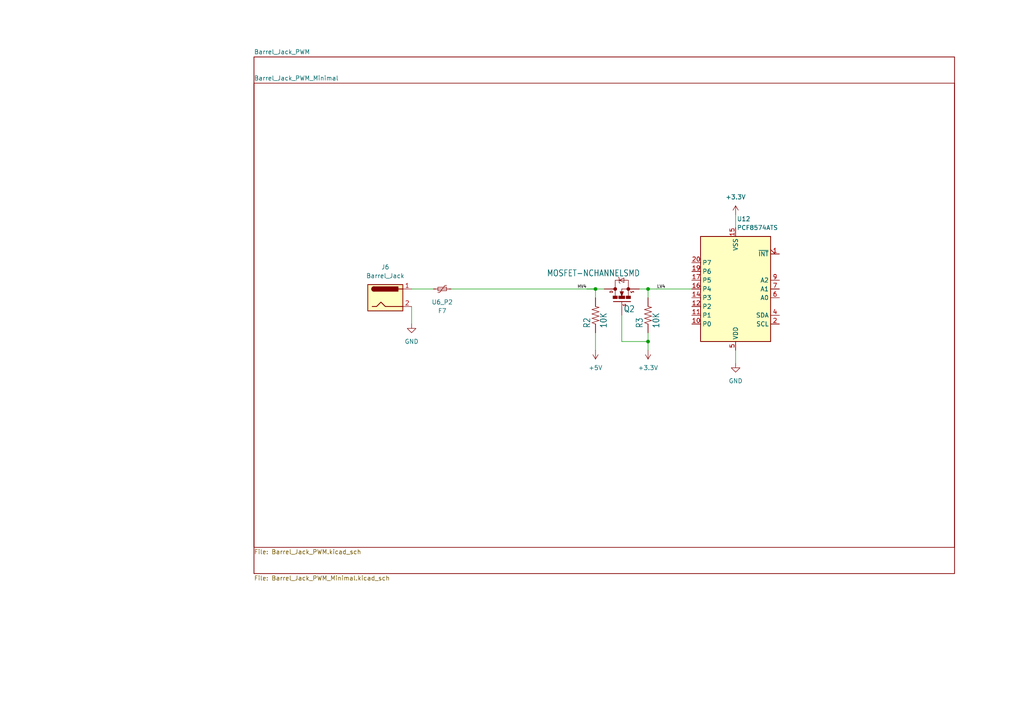
<source format=kicad_sch>
(kicad_sch (version 20230121) (generator eeschema)
  (paper "A4")
  (lib_symbols
    (symbol "Connector:Barrel_Jack" (pin_names (offset 1.016))
      (property "Reference" "J" (at 0 5.334 0))
      (property "Value" "Barrel_Jack" (at 0 -5.08 0))
      (symbol "Barrel_Jack_0_1"
        (rectangle (start -5.08 3.81) (end 5.08 -3.81) (stroke (width 0.254)) (fill (type background)))
        (arc (start -3.302 3.175) (mid -3.9343 2.54) (end -3.302 1.905) (stroke (width 0.254)))
        (arc (start -3.302 3.175) (mid -3.9343 2.54) (end -3.302 1.905) (stroke (width 0.254)) (fill (type outline)))
        (polyline (pts (xy 5.08 2.54) (xy 3.81 2.54)) (stroke (width 0.254)))
        (polyline (pts (xy -3.81 -2.54) (xy -2.54 -2.54) (xy -1.27 -1.27) (xy 0 -2.54) (xy 2.54 -2.54) (xy 5.08 -2.54)) (stroke (width 0.254)))
        (rectangle (start 3.683 3.175) (end -3.302 1.905) (stroke (width 0.254)) (fill (type outline)))
      )
      (symbol "Barrel_Jack_1_1"
        (pin passive line (at 7.62 2.54 180) (length 2.54) (name "~") (number "1"))
        (pin passive line (at 7.62 -2.54 180) (length 2.54) (name "~") (number "2"))
      )
    )
    (symbol "Device:Polyfuse_Small" (pin_numbers hide) (pin_names (offset 0))
      (property "Reference" "F" (at -1.905 0 90))
      (property "Value" "Polyfuse_Small" (at 1.905 0 90))
      (symbol "Polyfuse_Small_0_1"
        (rectangle (start -0.508 1.27) (end 0.508 -1.27))
        (polyline (pts (xy 0 2.54) (xy 0 -2.54)))
        (polyline (pts (xy -1.016 1.27) (xy -1.016 0.762) (xy 1.016 -0.762) (xy 1.016 -1.27)))
      )
      (symbol "Polyfuse_Small_1_1"
        (pin passive line (at 0 2.54 270) (length 0.635) (name "~") (number "1"))
        (pin passive line (at 0 -2.54 90) (length 0.635) (name "~") (number "2"))
      )
    )
    (symbol "Interface_Expansion:PCF8574ATS"
      (property "Reference" "U" (at -8.89 16.51 0))
      (property "Value" "PCF8574ATS" (at 3.81 16.51 0))
      (symbol "PCF8574ATS_0_1"
        (rectangle (start -10.16 15.24) (end 10.16 -15.24) (stroke (width 0.254)) (fill (type background)))
      )
      (symbol "PCF8574ATS_1_1"
        (pin open_collector output_low (at -12.7 -10.16 0) (length 2.54) (name "~{INT}") (number "1"))
        (pin bidirectional line (at 12.7 10.16 180) (length 2.54) (name "P0") (number "10"))
        (pin bidirectional line (at 12.7 7.62 180) (length 2.54) (name "P1") (number "11"))
        (pin bidirectional line (at 12.7 5.08 180) (length 2.54) (name "P2") (number "12"))
        (pin no_connect line (at -10.16 -5.08 0) (length 2.54) hide (name "NC") (number "13"))
        (pin bidirectional line (at 12.7 2.54 180) (length 2.54) (name "P3") (number "14"))
        (pin power_in line (at 0 -17.78 90) (length 2.54) (name "VSS") (number "15"))
        (pin bidirectional line (at 12.7 0 180) (length 2.54) (name "P4") (number "16"))
        (pin bidirectional line (at 12.7 -2.54 180) (length 2.54) (name "P5") (number "17"))
        (pin no_connect line (at -10.16 -7.62 0) (length 2.54) hide (name "NC") (number "18"))
        (pin bidirectional line (at 12.7 -5.08 180) (length 2.54) (name "P6") (number "19"))
        (pin input line (at -12.7 10.16 0) (length 2.54) (name "SCL") (number "2"))
        (pin bidirectional line (at 12.7 -7.62 180) (length 2.54) (name "P7") (number "20"))
        (pin no_connect line (at 10.16 -10.16 180) (length 2.54) hide (name "NC") (number "3"))
        (pin bidirectional line (at -12.7 7.62 0) (length 2.54) (name "SDA") (number "4"))
        (pin power_in line (at 0 17.78 270) (length 2.54) (name "VDD") (number "5"))
        (pin input line (at -12.7 2.54 0) (length 2.54) (name "A0") (number "6"))
        (pin input line (at -12.7 0 0) (length 2.54) (name "A1") (number "7"))
        (pin no_connect line (at 10.16 -12.7 180) (length 2.54) hide (name "NC") (number "8"))
        (pin input line (at -12.7 -2.54 0) (length 2.54) (name "A2") (number "9"))
      )
    )
    (symbol "Logic_Level_Bidirectional-eagle-import:MOSFET-NCHANNELSMD"
      (property "Reference" "Q" (at 5.08 2.54 0))
      (symbol "MOSFET-NCHANNELSMD_1_0"
        (rectangle (start -2.794 -2.54) (end -2.032 -1.27) (fill (type outline)))
        (rectangle (start -2.794 -0.889) (end -2.032 0.889) (fill (type outline)))
        (rectangle (start -2.794 1.27) (end -2.032 2.54) (fill (type outline)))
        (circle (center 0 -1.905) (radius 0.127) (stroke (width 0.4064)))
        (polyline (pts (xy -3.81 0) (xy -5.08 0)) (stroke (width 0.1524)))
        (polyline (pts (xy -3.6576 2.413) (xy -3.6576 -2.54)) (stroke (width 0.254)))
        (polyline (pts (xy -2.032 -1.905) (xy 0 -1.905)) (stroke (width 0.1524)))
        (polyline (pts (xy -2.032 0) (xy -0.762 -0.508)) (stroke (width 0.1524)))
        (polyline (pts (xy -1.778 0) (xy -0.889 -0.254)) (stroke (width 0.3048)))
        (polyline (pts (xy -0.889 -0.254) (xy -0.889 0)) (stroke (width 0.3048)))
        (polyline (pts (xy -0.889 0) (xy -1.143 0)) (stroke (width 0.3048)))
        (polyline (pts (xy -0.889 0) (xy 0 0)) (stroke (width 0.1524)))
        (polyline (pts (xy -0.889 0.254) (xy -1.778 0)) (stroke (width 0.3048)))
        (polyline (pts (xy -0.762 -0.508) (xy -0.762 0.508)) (stroke (width 0.1524)))
        (polyline (pts (xy -0.762 0.508) (xy -2.032 0)) (stroke (width 0.1524)))
        (polyline (pts (xy 0 -1.905) (xy 0 -2.54)) (stroke (width 0.1524)))
        (polyline (pts (xy 0 0) (xy 0 -1.905)) (stroke (width 0.1524)))
        (polyline (pts (xy 0 1.905) (xy -2.0066 1.905)) (stroke (width 0.1524)))
        (polyline (pts (xy 0 1.905) (xy 2.54 1.905)) (stroke (width 0.1524)))
        (polyline (pts (xy 0 2.54) (xy 0 1.905)) (stroke (width 0.1524)))
        (polyline (pts (xy 1.905 -0.635) (xy 3.175 -0.635)) (stroke (width 0.1524)))
        (polyline (pts (xy 1.905 0.762) (xy 1.651 0.508)) (stroke (width 0.1524)))
        (polyline (pts (xy 1.905 0.762) (xy 2.54 0.762)) (stroke (width 0.1524)))
        (polyline (pts (xy 2.54 -1.905) (xy 0 -1.905)) (stroke (width 0.1524)))
        (polyline (pts (xy 2.54 0.762) (xy 1.905 -0.635)) (stroke (width 0.1524)))
        (polyline (pts (xy 2.54 0.762) (xy 2.54 -1.905)) (stroke (width 0.1524)))
        (polyline (pts (xy 2.54 0.762) (xy 3.175 0.762)) (stroke (width 0.1524)))
        (polyline (pts (xy 2.54 1.905) (xy 2.54 0.762)) (stroke (width 0.1524)))
        (polyline (pts (xy 3.175 -0.635) (xy 2.54 0.762)) (stroke (width 0.1524)))
        (polyline (pts (xy 3.175 0.762) (xy 3.429 1.016)) (stroke (width 0.1524)))
        (circle (center 0 1.905) (radius 0.127) (stroke (width 0.4064)))
        (text "D" (at -1.27 2.54 0) (effects (font (size 0.8128 0.6908)) (justify left bottom)))
        (text "G" (at -5.08 -1.27 0) (effects (font (size 0.8128 0.6908)) (justify left bottom)))
        (text "S" (at -1.27 -3.556 0) (effects (font (size 0.8128 0.6908)) (justify left bottom)))
        (pin passive line (at -7.62 0 0) (length 2.54) (name "G") (number "1"))
        (pin passive line (at 0 -5.08 90) (length 2.54) (name "S") (number "2"))
        (pin passive line (at 0 5.08 270) (length 2.54) (name "D") (number "3"))
      )
    )
    (symbol "Logic_Level_Bidirectional-eagle-import:RESISTOR0603-RES"
      (property "Reference" "R" (at -3.81 1.4986 0))
      (symbol "RESISTOR0603-RES_1_0"
        (polyline (pts (xy -2.54 0) (xy -2.159 1.016)) (stroke (width 0.1524)))
        (polyline (pts (xy -2.159 1.016) (xy -1.524 -1.016)) (stroke (width 0.1524)))
        (polyline (pts (xy -1.524 -1.016) (xy -0.889 1.016)) (stroke (width 0.1524)))
        (polyline (pts (xy -0.889 1.016) (xy -0.254 -1.016)) (stroke (width 0.1524)))
        (polyline (pts (xy -0.254 -1.016) (xy 0.381 1.016)) (stroke (width 0.1524)))
        (polyline (pts (xy 0.381 1.016) (xy 1.016 -1.016)) (stroke (width 0.1524)))
        (polyline (pts (xy 1.016 -1.016) (xy 1.651 1.016)) (stroke (width 0.1524)))
        (polyline (pts (xy 1.651 1.016) (xy 2.286 -1.016)) (stroke (width 0.1524)))
        (polyline (pts (xy 2.286 -1.016) (xy 2.54 0)) (stroke (width 0.1524)))
        (pin passive line (at -5.08 0 0) (length 2.54) (name "1") (number "1"))
        (pin passive line (at 5.08 0 180) (length 2.54) (name "2") (number "2"))
      )
    )
    (symbol "power:+3.3V" (power) (pin_names (offset 0))
      (property "Value" "+3.3V" (at 0 3.556 0))
      (symbol "+3.3V_0_1"
        (polyline (pts (xy -0.762 1.27) (xy 0 2.54)))
        (polyline (pts (xy 0 0) (xy 0 2.54)))
        (polyline (pts (xy 0 2.54) (xy 0.762 1.27)))
      )
      (symbol "+3.3V_1_1"
        (pin power_in line (at 0 0 90) (length 0) hide (name "+3.3V") (number "1"))
      )
    )
    (symbol "power:+5V" (power) (pin_names (offset 0))
      (property "Value" "+5V" (at 0 3.556 0))
      (symbol "+5V_0_1"
        (polyline (pts (xy -0.762 1.27) (xy 0 2.54)))
        (polyline (pts (xy 0 0) (xy 0 2.54)))
        (polyline (pts (xy 0 2.54) (xy 0.762 1.27)))
      )
      (symbol "+5V_1_1"
        (pin power_in line (at 0 0 90) (length 0) hide (name "+5V") (number "1"))
      )
    )
    (symbol "power:GND" (power) (pin_names (offset 0))
      (property "Value" "GND" (at 0 -3.81 0))
      (symbol "GND_0_1"
        (polyline (pts (xy 0 0) (xy 0 -1.27) (xy 1.27 -1.27) (xy 0 -2.54) (xy -1.27 -1.27) (xy 0 -1.27)))
      )
      (symbol "GND_1_1"
        (pin power_in line (at 0 0 270) (length 0) hide (name "GND") (number "1"))
      )
    )
  )
  (junction (at 187.96 99.06))
  (junction (at 187.96 83.82))
  (junction (at 172.72 83.82))
  (wire (pts (xy 172.72 96.52) (xy 172.72 101.6)) (stroke (width 0.1524)))
  (wire (pts (xy 180.34 99.06) (xy 187.96 99.06)) (stroke (width 0.1524)))
  (wire (pts (xy 172.72 83.82) (xy 170.18 83.82)) (stroke (width 0.1524)))
  (wire (pts (xy 130.81 83.82) (xy 172.72 83.82)))
  (wire (pts (xy 187.96 99.06) (xy 187.96 101.6)) (stroke (width 0.1524)))
  (wire (pts (xy 172.72 86.36) (xy 172.72 83.82)) (stroke (width 0.1524)))
  (wire (pts (xy 119.38 88.9) (xy 119.38 93.98)))
  (wire (pts (xy 185.42 83.82) (xy 187.96 83.82)) (stroke (width 0.1524)))
  (wire (pts (xy 125.73 83.82) (xy 119.38 83.82)))
  (wire (pts (xy 213.36 101.6) (xy 213.36 105.41)))
  (wire (pts (xy 180.34 91.44) (xy 180.34 99.06)) (stroke (width 0.1524)))
  (wire (pts (xy 187.96 83.82) (xy 190.5 83.82)) (stroke (width 0.1524)))
  (wire (pts (xy 187.96 96.52) (xy 187.96 99.06)) (stroke (width 0.1524)))
  (wire (pts (xy 187.96 86.36) (xy 187.96 83.82)) (stroke (width 0.1524)))
  (wire (pts (xy 175.26 83.82) (xy 172.72 83.82)) (stroke (width 0.1524)))
  (wire (pts (xy 213.36 62.23) (xy 213.36 66.04)))
  (wire (pts (xy 190.5 83.82) (xy 200.66 83.82)))
  (label "HV4" (at 170.18 83.82 180) (effects (font (size 0.889 0.889))))
  (label "LV4" (at 190.5 83.82 0) (effects (font (size 0.889 0.889))))
  (symbol (lib_id "Device:Polyfuse_Small") (at 128.27 83.82 90) (unit 1)
    (property "Reference" "F7" (at 128.27 90.17 90))
    (property "Value" "U6_P2" (at 128.27 87.63 90))
  )
  (symbol (lib_id "power:+3.3V") (at 187.96 101.6 180) (unit 1)
    (property "Reference" "#PWR09" (effects hide))
    (property "Value" "+3.3V" (at 187.96 106.68 0))
  )
  (symbol (lib_id "power:GND") (at 119.38 93.98 0) (unit 1)
    (property "Reference" "#PWR06" (effects hide))
    (property "Value" "GND" (at 119.38 99.06 0))
  )
  (symbol (lib_id "power:GND") (at 213.36 105.41 0) (unit 1)
    (property "Reference" "#PWR03" (effects hide))
    (property "Value" "GND" (at 213.36 110.49 0))
  )
  (symbol (lib_id "Logic_Level_Bidirectional-eagle-import:RESISTOR0603-RES") (at 172.72 91.44 90) (unit 1)
    (property "Reference" "R2" (at 171.2214 95.25 0) (effects (font (size 1.778 1.5113)) (justify left bottom)))
    (property "Value" "10K" (at 176.022 95.25 0) (effects (font (size 1.778 1.5113)) (justify left bottom)))
    (property "Footprint" "Logic_Level_Bidirectional:0603-RES" (effects hide))
  )
  (symbol (lib_id "Logic_Level_Bidirectional-eagle-import:MOSFET-NCHANNELSMD") (at 180.34 83.82 90) (unit 1)
    (property "Reference" "Q2" (at 184.15 88.646 90) (effects (font (size 1.778 1.5113)) (justify left bottom)))
    (property "Value" "MOSFET-NCHANNELSMD" (at 185.674 78.232 90) (effects (font (size 1.778 1.5113)) (justify left bottom)))
    (property "Footprint" "Logic_Level_Bidirectional:SOT23-3" (effects hide))
  )
  (symbol (lib_id "Interface_Expansion:PCF8574ATS") (at 213.36 83.82 180) (unit 1)
    (property "Reference" "U12" (at 213.7059 63.5 0) (effects (justify right)))
    (property "Value" "PCF8574ATS" (at 213.7059 66.04 0) (effects (justify right)))
    (property "Footprint" "Package_SO:SSOP-20_4.4x6.5mm_P0.65mm" (effects hide))
    (property "Datasheet" "http://www.nxp.com/docs/en/data-sheet/PCF8574_PCF8574A.pdf" (effects hide))
  )
  (symbol (lib_id "power:+5V") (at 172.72 101.6 180) (unit 1)
    (property "Reference" "#PWR05" (effects hide))
    (property "Value" "+5V" (at 172.72 106.68 0))
  )
  (symbol (lib_id "Logic_Level_Bidirectional-eagle-import:RESISTOR0603-RES") (at 187.96 91.44 90) (unit 1)
    (property "Reference" "R3" (at 186.4614 95.25 0) (effects (font (size 1.778 1.5113)) (justify left bottom)))
    (property "Value" "10K" (at 191.262 95.25 0) (effects (font (size 1.778 1.5113)) (justify left bottom)))
    (property "Footprint" "Logic_Level_Bidirectional:0603-RES" (effects hide))
  )
  (symbol (lib_id "Connector:Barrel_Jack") (at 111.76 86.36 0) (unit 1)
    (property "Reference" "J6" (at 111.76 77.47 0))
    (property "Value" "Barrel_Jack" (at 111.76 80.01 0))
  )
  (symbol (lib_id "power:+3.3V") (at 213.36 62.23 0) (unit 1)
    (property "Reference" "#PWR08" (effects hide))
    (property "Value" "+3.3V" (at 213.36 57.15 0))
  )
  (sheet (at 73.66 16.51) (size 203.2 142.24) (stroke (width 0.1524))
    (property "Sheetname" "Barrel_Jack_PWM" (at 73.66 15.7984 0) (effects (justify left bottom)))
    (property "Sheetfile" "Barrel_Jack_PWM.kicad_sch" (at 73.66 159.3346 0) (effects (justify left top)))
  )
  (sheet (at 73.66 24.13) (size 203.2 142.24) (stroke (width 0.1524))
    (property "Sheetname" "Barrel_Jack_PWM_Minimal" (at 73.66 23.4184 0) (effects (justify left bottom)))
    (property "Sheetfile" "Barrel_Jack_PWM_Minimal.kicad_sch" (at 73.66 166.9546 0) (effects (justify left top)))
  )
)
</source>
